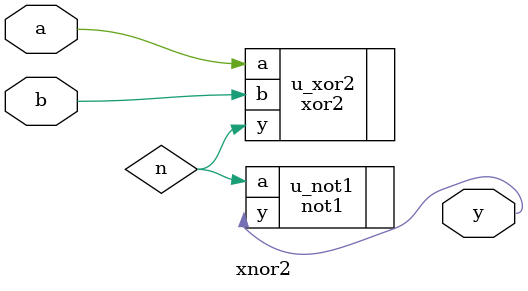
<source format=sv>
module xnor2(
    input wire a,
    input wire b,
    output wire y
);

    wire n;
    xor2 u_xor2(.a(a), .b(b), .y(n));
    not1 u_not1(.a(n), .y(y));
endmodule
</source>
